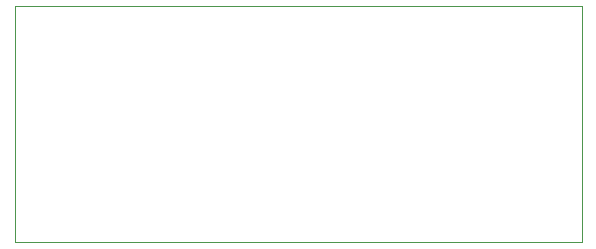
<source format=gm1>
%TF.GenerationSoftware,KiCad,Pcbnew,6.0.2+dfsg-1*%
%TF.CreationDate,2022-08-15T18:10:52-04:00*%
%TF.ProjectId,titan_wheel,74697461-6e5f-4776-9865-656c2e6b6963,1*%
%TF.SameCoordinates,Original*%
%TF.FileFunction,Profile,NP*%
%FSLAX46Y46*%
G04 Gerber Fmt 4.6, Leading zero omitted, Abs format (unit mm)*
G04 Created by KiCad (PCBNEW 6.0.2+dfsg-1) date 2022-08-15 18:10:52*
%MOMM*%
%LPD*%
G01*
G04 APERTURE LIST*
%TA.AperFunction,Profile*%
%ADD10C,0.100000*%
%TD*%
G04 APERTURE END LIST*
D10*
X120000000Y-59000000D02*
X120000000Y-39000000D01*
X120000000Y-39000000D02*
X168000000Y-39000000D01*
X168000000Y-59000000D02*
X120000000Y-59000000D01*
X168000000Y-39000000D02*
X168000000Y-59000000D01*
M02*

</source>
